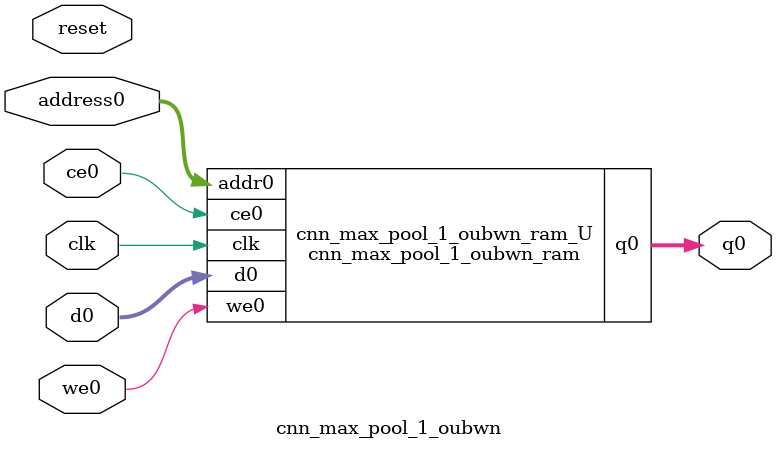
<source format=v>
`timescale 1 ns / 1 ps
module cnn_max_pool_1_oubwn_ram (addr0, ce0, d0, we0, q0,  clk);

parameter DWIDTH = 14;
parameter AWIDTH = 5;
parameter MEM_SIZE = 20;

input[AWIDTH-1:0] addr0;
input ce0;
input[DWIDTH-1:0] d0;
input we0;
output reg[DWIDTH-1:0] q0;
input clk;

(* ram_style = "distributed" *)reg [DWIDTH-1:0] ram[0:MEM_SIZE-1];




always @(posedge clk)  
begin 
    if (ce0) 
    begin
        if (we0) 
        begin 
            ram[addr0] <= d0; 
        end 
        q0 <= ram[addr0];
    end
end


endmodule

`timescale 1 ns / 1 ps
module cnn_max_pool_1_oubwn(
    reset,
    clk,
    address0,
    ce0,
    we0,
    d0,
    q0);

parameter DataWidth = 32'd14;
parameter AddressRange = 32'd20;
parameter AddressWidth = 32'd5;
input reset;
input clk;
input[AddressWidth - 1:0] address0;
input ce0;
input we0;
input[DataWidth - 1:0] d0;
output[DataWidth - 1:0] q0;



cnn_max_pool_1_oubwn_ram cnn_max_pool_1_oubwn_ram_U(
    .clk( clk ),
    .addr0( address0 ),
    .ce0( ce0 ),
    .we0( we0 ),
    .d0( d0 ),
    .q0( q0 ));

endmodule


</source>
